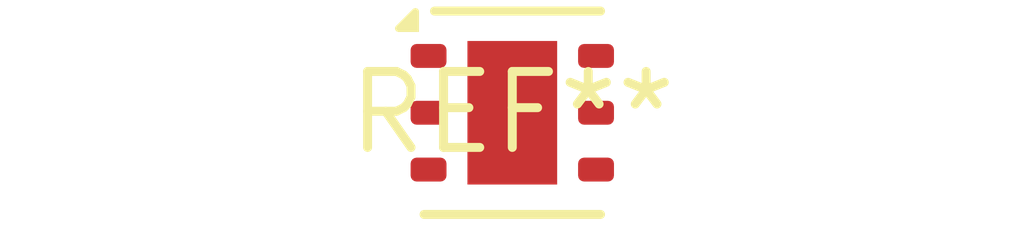
<source format=kicad_pcb>
(kicad_pcb (version 20240108) (generator pcbnew)
  (layers (0 "F.Cu" signal) (31 "B.Cu" signal) (34 "B.Paste" user) (35 "F.Paste" user) (36 "B.SilkS" user "B.Silkscreen") (37 "F.SilkS" user "F.Silkscreen") (38 "B.Mask" user) (39 "F.Mask" user) (44 "Edge.Cuts" user))
  (net 0 "")
  (footprint "Texas_PWSON-N6" (layer "F.Cu") (at 0 0)
    (property "Reference" "REF**")
    (property "Value" "Texas_PWSON-N6")
    (fp_line (start 1.475 -1.7) (end -1.3 -1.7) (layer "F.SilkS") (stroke (width 0.15)))
    (fp_line (start 1.475 1.7) (end -1.475 1.7) (layer "F.SilkS") (stroke (width 0.15)))
    (fp_poly (pts (xy -1.62 -1.41) (xy -1.9 -1.41) (xy -1.62 -1.69) (xy -1.62 -1.41)) (layer "F.SilkS") (stroke (width 0.12)) (fill solid))
    (pad "1" smd roundrect (at -1.4 -0.95) (size 0.6 0.4) (layers "F.Cu" "F.Paste" "F.Mask"))
    (pad "2" smd roundrect (at -1.4 0) (size 0.6 0.4) (layers "F.Cu" "F.Paste" "F.Mask"))
    (pad "3" smd roundrect (at -1.4 0.95) (size 0.6 0.4) (layers "F.Cu" "F.Paste" "F.Mask"))
    (pad "4" smd roundrect (at 1.4 0.95) (size 0.6 0.4) (layers "F.Cu" "F.Paste" "F.Mask"))
    (pad "5" smd roundrect (at 1.4 0) (size 0.6 0.4) (layers "F.Cu" "F.Paste" "F.Mask"))
    (pad "6" smd roundrect (at 1.4 -0.95) (size 0.6 0.4) (layers "F.Cu" "F.Paste" "F.Mask"))
    (pad "7" smd rect (at 0 0) (size 1.5 2.4) (layers "F.Cu" "F.Mask"))
  )
)
</source>
